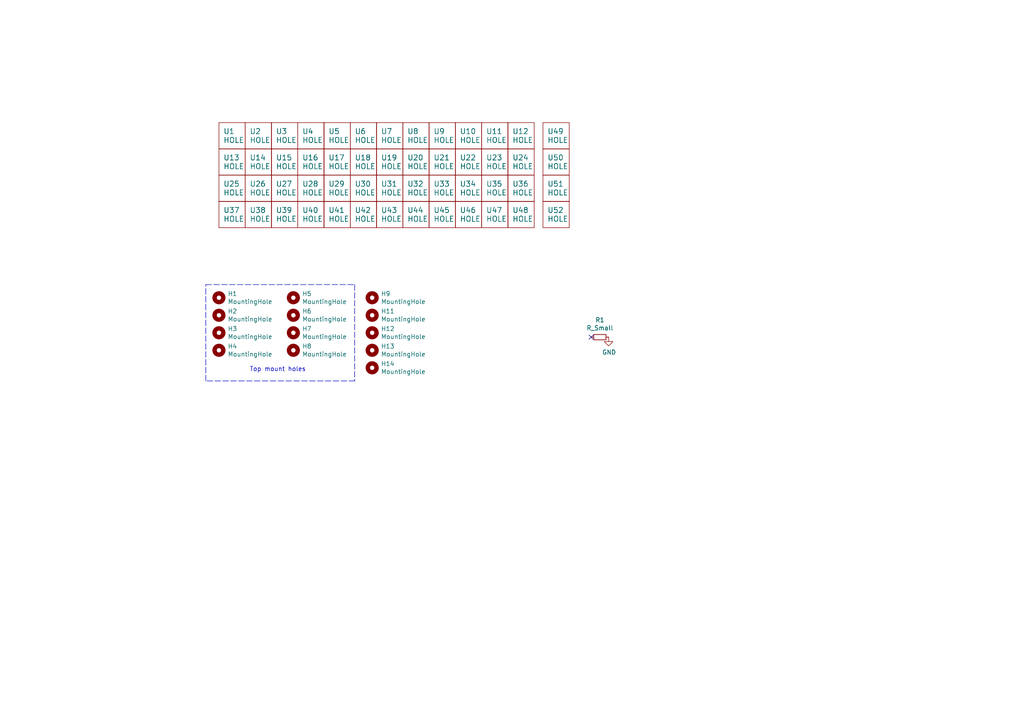
<source format=kicad_sch>
(kicad_sch (version 20211123) (generator eeschema)
  (paper "A4")
  (lib_symbols
    (symbol "Device:R_Small" (pin_numbers hide) (pin_names (offset 0.254) hide)
      (property "Reference" "R" (at 0.762 0.508 0))
      (property "Value" "R_Small" (at 0.762 -1.016 0))
      (symbol "R_Small_0_1"
        (rectangle (start -0.762 1.778) (end 0.762 -1.778) (stroke (width 0.2032)))
      )
      (symbol "R_Small_1_1"
        (pin passive line (at 0 2.54 270) (length 0.762) (name "~") (number "1"))
        (pin passive line (at 0 -2.54 90) (length 0.762) (name "~") (number "2"))
      )
    )
    (symbol "Mechanical:MountingHole" (pin_names (offset 1.016))
      (property "Reference" "H" (at 0 5.08 0))
      (property "Value" "MountingHole" (at 0 3.175 0))
      (symbol "MountingHole_0_1"
        (circle (center 0 0) (radius 1.27) (stroke (width 1.27)))
      )
    )
    (symbol "lets_split-cache:HOLE" (pin_names (offset 1.016))
      (property "Reference" "U" (at 0 5.08 0))
      (property "Value" "HOLE" (at 0 0 0))
      (symbol "HOLE_0_1"
        (rectangle (start -3.81 3.81) (end 3.81 -3.81))
      )
    )
    (symbol "power:GND" (power) (pin_names (offset 0))
      (property "Value" "GND" (at 0 -3.81 0))
      (symbol "GND_0_1"
        (polyline (pts (xy 0 0) (xy 0 -1.27) (xy 1.27 -1.27) (xy 0 -2.54) (xy -1.27 -1.27) (xy 0 -1.27)))
      )
      (symbol "GND_1_1"
        (pin power_in line (at 0 0 270) (length 0) hide (name "GND") (number "1"))
      )
    )
  )
  (no_connect (at 171.45 97.79))
  (polyline (pts (xy 102.87 110.49) (xy 59.69 110.49)))
  (polyline (pts (xy 102.87 82.55) (xy 102.87 110.49)))
  (polyline (pts (xy 59.69 110.49) (xy 59.69 82.55)))
  (polyline (pts (xy 59.69 82.55) (xy 102.87 82.55)))
  (text "Top mount holes" (at 72.39 107.95 0) (effects (font (size 1.27 1.27)) (justify left bottom)))
  (symbol (lib_id "lets_split-cache:HOLE") (at 67.31 39.37 0) (unit 1)
    (property "Reference" "U1" (at 64.77 38.1 0) (effects (font (size 1.524 1.524)) (justify left)))
    (property "Value" "HOLE" (at 64.77 40.64 0) (effects (font (size 1.524 1.524)) (justify left)))
    (property "Footprint" "Keeb_footprints:MX100_cutout_plated" (effects hide))
  )
  (symbol (lib_id "lets_split-cache:HOLE") (at 74.93 39.37 0) (unit 1)
    (property "Reference" "U2" (at 72.39 38.1 0) (effects (font (size 1.524 1.524)) (justify left)))
    (property "Value" "HOLE" (at 72.39 40.64 0) (effects (font (size 1.524 1.524)) (justify left)))
    (property "Footprint" "Keeb_footprints:MX100_cutout_plated" (effects hide))
  )
  (symbol (lib_id "lets_split-cache:HOLE") (at 82.55 39.37 0) (unit 1)
    (property "Reference" "U3" (at 80.01 38.1 0) (effects (font (size 1.524 1.524)) (justify left)))
    (property "Value" "HOLE" (at 80.01 40.64 0) (effects (font (size 1.524 1.524)) (justify left)))
    (property "Footprint" "Keeb_footprints:MX100_cutout_plated" (effects hide))
  )
  (symbol (lib_id "lets_split-cache:HOLE") (at 90.17 39.37 0) (unit 1)
    (property "Reference" "U4" (at 87.63 38.1 0) (effects (font (size 1.524 1.524)) (justify left)))
    (property "Value" "HOLE" (at 87.63 40.64 0) (effects (font (size 1.524 1.524)) (justify left)))
    (property "Footprint" "Keeb_footprints:MX100_cutout_plated" (effects hide))
  )
  (symbol (lib_id "lets_split-cache:HOLE") (at 67.31 46.99 0) (unit 1)
    (property "Reference" "U13" (at 64.77 45.72 0) (effects (font (size 1.524 1.524)) (justify left)))
    (property "Value" "HOLE" (at 64.77 48.26 0) (effects (font (size 1.524 1.524)) (justify left)))
    (property "Footprint" "Keeb_footprints:MX100_cutout_plated" (effects hide))
  )
  (symbol (lib_id "lets_split-cache:HOLE") (at 74.93 46.99 0) (unit 1)
    (property "Reference" "U14" (at 72.39 45.72 0) (effects (font (size 1.524 1.524)) (justify left)))
    (property "Value" "HOLE" (at 72.39 48.26 0) (effects (font (size 1.524 1.524)) (justify left)))
    (property "Footprint" "Keeb_footprints:MX100_cutout_plated" (effects hide))
  )
  (symbol (lib_id "lets_split-cache:HOLE") (at 82.55 46.99 0) (unit 1)
    (property "Reference" "U15" (at 80.01 45.72 0) (effects (font (size 1.524 1.524)) (justify left)))
    (property "Value" "HOLE" (at 80.01 48.26 0) (effects (font (size 1.524 1.524)) (justify left)))
    (property "Footprint" "Keeb_footprints:MX100_cutout_plated" (effects hide))
  )
  (symbol (lib_id "lets_split-cache:HOLE") (at 90.17 46.99 0) (unit 1)
    (property "Reference" "U16" (at 87.63 45.72 0) (effects (font (size 1.524 1.524)) (justify left)))
    (property "Value" "HOLE" (at 87.63 48.26 0) (effects (font (size 1.524 1.524)) (justify left)))
    (property "Footprint" "Keeb_footprints:MX100_cutout_plated" (effects hide))
  )
  (symbol (lib_id "lets_split-cache:HOLE") (at 67.31 54.61 0) (unit 1)
    (property "Reference" "U25" (at 64.77 53.34 0) (effects (font (size 1.524 1.524)) (justify left)))
    (property "Value" "HOLE" (at 64.77 55.88 0) (effects (font (size 1.524 1.524)) (justify left)))
    (property "Footprint" "Keeb_footprints:MX100_cutout_plated" (effects hide))
  )
  (symbol (lib_id "lets_split-cache:HOLE") (at 74.93 54.61 0) (unit 1)
    (property "Reference" "U26" (at 72.39 53.34 0) (effects (font (size 1.524 1.524)) (justify left)))
    (property "Value" "HOLE" (at 72.39 55.88 0) (effects (font (size 1.524 1.524)) (justify left)))
    (property "Footprint" "Keeb_footprints:MX100_cutout_plated" (effects hide))
  )
  (symbol (lib_id "lets_split-cache:HOLE") (at 82.55 54.61 0) (unit 1)
    (property "Reference" "U27" (at 80.01 53.34 0) (effects (font (size 1.524 1.524)) (justify left)))
    (property "Value" "HOLE" (at 80.01 55.88 0) (effects (font (size 1.524 1.524)) (justify left)))
    (property "Footprint" "Keeb_footprints:MX100_cutout_plated" (effects hide))
  )
  (symbol (lib_id "lets_split-cache:HOLE") (at 90.17 54.61 0) (unit 1)
    (property "Reference" "U28" (at 87.63 53.34 0) (effects (font (size 1.524 1.524)) (justify left)))
    (property "Value" "HOLE" (at 87.63 55.88 0) (effects (font (size 1.524 1.524)) (justify left)))
    (property "Footprint" "Keeb_footprints:MX100_cutout_plated" (effects hide))
  )
  (symbol (lib_id "lets_split-cache:HOLE") (at 67.31 62.23 0) (unit 1)
    (property "Reference" "U37" (at 64.77 60.96 0) (effects (font (size 1.524 1.524)) (justify left)))
    (property "Value" "HOLE" (at 64.77 63.5 0) (effects (font (size 1.524 1.524)) (justify left)))
    (property "Footprint" "Keeb_footprints:MX100_cutout_plated" (effects hide))
  )
  (symbol (lib_id "lets_split-cache:HOLE") (at 74.93 62.23 0) (unit 1)
    (property "Reference" "U38" (at 72.39 60.96 0) (effects (font (size 1.524 1.524)) (justify left)))
    (property "Value" "HOLE" (at 72.39 63.5 0) (effects (font (size 1.524 1.524)) (justify left)))
    (property "Footprint" "Keeb_footprints:MX100_cutout_plated" (effects hide))
  )
  (symbol (lib_id "lets_split-cache:HOLE") (at 82.55 62.23 0) (unit 1)
    (property "Reference" "U39" (at 80.01 60.96 0) (effects (font (size 1.524 1.524)) (justify left)))
    (property "Value" "HOLE" (at 80.01 63.5 0) (effects (font (size 1.524 1.524)) (justify left)))
    (property "Footprint" "Keeb_footprints:MX100_cutout_plated" (effects hide))
  )
  (symbol (lib_id "lets_split-cache:HOLE") (at 90.17 62.23 0) (unit 1)
    (property "Reference" "U40" (at 87.63 60.96 0) (effects (font (size 1.524 1.524)) (justify left)))
    (property "Value" "HOLE" (at 87.63 63.5 0) (effects (font (size 1.524 1.524)) (justify left)))
    (property "Footprint" "Keeb_footprints:MX100_cutout_plated" (effects hide))
  )
  (symbol (lib_id "lets_split-cache:HOLE") (at 97.79 39.37 0) (unit 1)
    (property "Reference" "U5" (at 95.25 38.1 0) (effects (font (size 1.524 1.524)) (justify left)))
    (property "Value" "HOLE" (at 95.25 40.64 0) (effects (font (size 1.524 1.524)) (justify left)))
    (property "Footprint" "Keeb_footprints:MX100_cutout_plated" (effects hide))
  )
  (symbol (lib_id "lets_split-cache:HOLE") (at 105.41 39.37 0) (unit 1)
    (property "Reference" "U6" (at 102.87 38.1 0) (effects (font (size 1.524 1.524)) (justify left)))
    (property "Value" "HOLE" (at 102.87 40.64 0) (effects (font (size 1.524 1.524)) (justify left)))
    (property "Footprint" "Keeb_footprints:MX100_cutout_plated" (effects hide))
  )
  (symbol (lib_id "lets_split-cache:HOLE") (at 113.03 39.37 0) (unit 1)
    (property "Reference" "U7" (at 110.49 38.1 0) (effects (font (size 1.524 1.524)) (justify left)))
    (property "Value" "HOLE" (at 110.49 40.64 0) (effects (font (size 1.524 1.524)) (justify left)))
    (property "Footprint" "Keeb_footprints:MX100_cutout_plated" (effects hide))
  )
  (symbol (lib_id "lets_split-cache:HOLE") (at 120.65 39.37 0) (unit 1)
    (property "Reference" "U8" (at 118.11 38.1 0) (effects (font (size 1.524 1.524)) (justify left)))
    (property "Value" "HOLE" (at 118.11 40.64 0) (effects (font (size 1.524 1.524)) (justify left)))
    (property "Footprint" "Keeb_footprints:MX100_cutout_plated" (effects hide))
  )
  (symbol (lib_id "lets_split-cache:HOLE") (at 97.79 46.99 0) (unit 1)
    (property "Reference" "U17" (at 95.25 45.72 0) (effects (font (size 1.524 1.524)) (justify left)))
    (property "Value" "HOLE" (at 95.25 48.26 0) (effects (font (size 1.524 1.524)) (justify left)))
    (property "Footprint" "Keeb_footprints:MX100_cutout_plated" (effects hide))
  )
  (symbol (lib_id "lets_split-cache:HOLE") (at 105.41 46.99 0) (unit 1)
    (property "Reference" "U18" (at 102.87 45.72 0) (effects (font (size 1.524 1.524)) (justify left)))
    (property "Value" "HOLE" (at 102.87 48.26 0) (effects (font (size 1.524 1.524)) (justify left)))
    (property "Footprint" "Keeb_footprints:MX100_cutout_plated" (effects hide))
  )
  (symbol (lib_id "lets_split-cache:HOLE") (at 113.03 46.99 0) (unit 1)
    (property "Reference" "U19" (at 110.49 45.72 0) (effects (font (size 1.524 1.524)) (justify left)))
    (property "Value" "HOLE" (at 110.49 48.26 0) (effects (font (size 1.524 1.524)) (justify left)))
    (property "Footprint" "Keeb_footprints:MX100_cutout_plated" (effects hide))
  )
  (symbol (lib_id "lets_split-cache:HOLE") (at 120.65 46.99 0) (unit 1)
    (property "Reference" "U20" (at 118.11 45.72 0) (effects (font (size 1.524 1.524)) (justify left)))
    (property "Value" "HOLE" (at 118.11 48.26 0) (effects (font (size 1.524 1.524)) (justify left)))
    (property "Footprint" "Keeb_footprints:MX100_cutout_plated" (effects hide))
  )
  (symbol (lib_id "lets_split-cache:HOLE") (at 97.79 54.61 0) (unit 1)
    (property "Reference" "U29" (at 95.25 53.34 0) (effects (font (size 1.524 1.524)) (justify left)))
    (property "Value" "HOLE" (at 95.25 55.88 0) (effects (font (size 1.524 1.524)) (justify left)))
    (property "Footprint" "Keeb_footprints:MX100_cutout_plated" (effects hide))
  )
  (symbol (lib_id "lets_split-cache:HOLE") (at 105.41 54.61 0) (unit 1)
    (property "Reference" "U30" (at 102.87 53.34 0) (effects (font (size 1.524 1.524)) (justify left)))
    (property "Value" "HOLE" (at 102.87 55.88 0) (effects (font (size 1.524 1.524)) (justify left)))
    (property "Footprint" "Keeb_footprints:MX100_cutout_plated" (effects hide))
  )
  (symbol (lib_id "lets_split-cache:HOLE") (at 113.03 54.61 0) (unit 1)
    (property "Reference" "U31" (at 110.49 53.34 0) (effects (font (size 1.524 1.524)) (justify left)))
    (property "Value" "HOLE" (at 110.49 55.88 0) (effects (font (size 1.524 1.524)) (justify left)))
    (property "Footprint" "Keeb_footprints:MX100_cutout_plated" (effects hide))
  )
  (symbol (lib_id "lets_split-cache:HOLE") (at 120.65 54.61 0) (unit 1)
    (property "Reference" "U32" (at 118.11 53.34 0) (effects (font (size 1.524 1.524)) (justify left)))
    (property "Value" "HOLE" (at 118.11 55.88 0) (effects (font (size 1.524 1.524)) (justify left)))
    (property "Footprint" "Keeb_footprints:MX100_cutout_plated" (effects hide))
  )
  (symbol (lib_id "lets_split-cache:HOLE") (at 97.79 62.23 0) (unit 1)
    (property "Reference" "U41" (at 95.25 60.96 0) (effects (font (size 1.524 1.524)) (justify left)))
    (property "Value" "HOLE" (at 95.25 63.5 0) (effects (font (size 1.524 1.524)) (justify left)))
    (property "Footprint" "Keeb_footprints:MX100_cutout_plated" (effects hide))
  )
  (symbol (lib_id "lets_split-cache:HOLE") (at 105.41 62.23 0) (unit 1)
    (property "Reference" "U42" (at 102.87 60.96 0) (effects (font (size 1.524 1.524)) (justify left)))
    (property "Value" "HOLE" (at 102.87 63.5 0) (effects (font (size 1.524 1.524)) (justify left)))
    (property "Footprint" "Keeb_footprints:MX100_cutout_plated" (effects hide))
  )
  (symbol (lib_id "lets_split-cache:HOLE") (at 113.03 62.23 0) (unit 1)
    (property "Reference" "U43" (at 110.49 60.96 0) (effects (font (size 1.524 1.524)) (justify left)))
    (property "Value" "HOLE" (at 110.49 63.5 0) (effects (font (size 1.524 1.524)) (justify left)))
    (property "Footprint" "Keeb_footprints:MX100_cutout_plated" (effects hide))
  )
  (symbol (lib_id "lets_split-cache:HOLE") (at 120.65 62.23 0) (unit 1)
    (property "Reference" "U44" (at 118.11 60.96 0) (effects (font (size 1.524 1.524)) (justify left)))
    (property "Value" "HOLE" (at 118.11 63.5 0) (effects (font (size 1.524 1.524)) (justify left)))
    (property "Footprint" "Keeb_footprints:MX100_cutout_plated" (effects hide))
  )
  (symbol (lib_id "lets_split-cache:HOLE") (at 128.27 39.37 0) (unit 1)
    (property "Reference" "U9" (at 125.73 38.1 0) (effects (font (size 1.524 1.524)) (justify left)))
    (property "Value" "HOLE" (at 125.73 40.64 0) (effects (font (size 1.524 1.524)) (justify left)))
    (property "Footprint" "Keeb_footprints:MX100_cutout_plated" (effects hide))
  )
  (symbol (lib_id "lets_split-cache:HOLE") (at 135.89 39.37 0) (unit 1)
    (property "Reference" "U10" (at 133.35 38.1 0) (effects (font (size 1.524 1.524)) (justify left)))
    (property "Value" "HOLE" (at 133.35 40.64 0) (effects (font (size 1.524 1.524)) (justify left)))
    (property "Footprint" "Keeb_footprints:MX100_cutout_plated" (effects hide))
  )
  (symbol (lib_id "lets_split-cache:HOLE") (at 143.51 39.37 0) (unit 1)
    (property "Reference" "U11" (at 140.97 38.1 0) (effects (font (size 1.524 1.524)) (justify left)))
    (property "Value" "HOLE" (at 140.97 40.64 0) (effects (font (size 1.524 1.524)) (justify left)))
    (property "Footprint" "Keeb_footprints:MX100_cutout_plated" (effects hide))
  )
  (symbol (lib_id "lets_split-cache:HOLE") (at 151.13 39.37 0) (unit 1)
    (property "Reference" "U12" (at 148.59 38.1 0) (effects (font (size 1.524 1.524)) (justify left)))
    (property "Value" "HOLE" (at 148.59 40.64 0) (effects (font (size 1.524 1.524)) (justify left)))
    (property "Footprint" "Keeb_footprints:MX100_cutout_plated" (effects hide))
  )
  (symbol (lib_id "lets_split-cache:HOLE") (at 128.27 46.99 0) (unit 1)
    (property "Reference" "U21" (at 125.73 45.72 0) (effects (font (size 1.524 1.524)) (justify left)))
    (property "Value" "HOLE" (at 125.73 48.26 0) (effects (font (size 1.524 1.524)) (justify left)))
    (property "Footprint" "Keeb_footprints:MX100_cutout_plated" (effects hide))
  )
  (symbol (lib_id "lets_split-cache:HOLE") (at 135.89 46.99 0) (unit 1)
    (property "Reference" "U22" (at 133.35 45.72 0) (effects (font (size 1.524 1.524)) (justify left)))
    (property "Value" "HOLE" (at 133.35 48.26 0) (effects (font (size 1.524 1.524)) (justify left)))
    (property "Footprint" "Keeb_footprints:MX100_cutout_plated" (effects hide))
  )
  (symbol (lib_id "lets_split-cache:HOLE") (at 143.51 46.99 0) (unit 1)
    (property "Reference" "U23" (at 140.97 45.72 0) (effects (font (size 1.524 1.524)) (justify left)))
    (property "Value" "HOLE" (at 140.97 48.26 0) (effects (font (size 1.524 1.524)) (justify left)))
    (property "Footprint" "Keeb_footprints:MX100_cutout_plated" (effects hide))
  )
  (symbol (lib_id "lets_split-cache:HOLE") (at 151.13 46.99 0) (unit 1)
    (property "Reference" "U24" (at 148.59 45.72 0) (effects (font (size 1.524 1.524)) (justify left)))
    (property "Value" "HOLE" (at 148.59 48.26 0) (effects (font (size 1.524 1.524)) (justify left)))
    (property "Footprint" "Keeb_footprints:MX100_cutout_plated" (effects hide))
  )
  (symbol (lib_id "lets_split-cache:HOLE") (at 128.27 54.61 0) (unit 1)
    (property "Reference" "U33" (at 125.73 53.34 0) (effects (font (size 1.524 1.524)) (justify left)))
    (property "Value" "HOLE" (at 125.73 55.88 0) (effects (font (size 1.524 1.524)) (justify left)))
    (property "Footprint" "Keeb_footprints:MX100_cutout_plated" (effects hide))
  )
  (symbol (lib_id "lets_split-cache:HOLE") (at 135.89 54.61 0) (unit 1)
    (property "Reference" "U34" (at 133.35 53.34 0) (effects (font (size 1.524 1.524)) (justify left)))
    (property "Value" "HOLE" (at 133.35 55.88 0) (effects (font (size 1.524 1.524)) (justify left)))
    (property "Footprint" "Keeb_footprints:MX100_cutout_plated" (effects hide))
  )
  (symbol (lib_id "lets_split-cache:HOLE") (at 143.51 54.61 0) (unit 1)
    (property "Reference" "U35" (at 140.97 53.34 0) (effects (font (size 1.524 1.524)) (justify left)))
    (property "Value" "HOLE" (at 140.97 55.88 0) (effects (font (size 1.524 1.524)) (justify left)))
    (property "Footprint" "Keeb_footprints:MX100_cutout_plated" (effects hide))
  )
  (symbol (lib_id "lets_split-cache:HOLE") (at 151.13 54.61 0) (unit 1)
    (property "Reference" "U36" (at 148.59 53.34 0) (effects (font (size 1.524 1.524)) (justify left)))
    (property "Value" "HOLE" (at 148.59 55.88 0) (effects (font (size 1.524 1.524)) (justify left)))
    (property "Footprint" "Keeb_footprints:MX100_cutout_plated" (effects hide))
  )
  (symbol (lib_id "lets_split-cache:HOLE") (at 128.27 62.23 0) (unit 1)
    (property "Reference" "U45" (at 125.73 60.96 0) (effects (font (size 1.524 1.524)) (justify left)))
    (property "Value" "HOLE" (at 125.73 63.5 0) (effects (font (size 1.524 1.524)) (justify left)))
    (property "Footprint" "Keeb_footprints:MX100_cutout_plated" (effects hide))
  )
  (symbol (lib_id "lets_split-cache:HOLE") (at 135.89 62.23 0) (unit 1)
    (property "Reference" "U46" (at 133.35 60.96 0) (effects (font (size 1.524 1.524)) (justify left)))
    (property "Value" "HOLE" (at 133.35 63.5 0) (effects (font (size 1.524 1.524)) (justify left)))
    (property "Footprint" "Keeb_footprints:MX100_cutout_plated" (effects hide))
  )
  (symbol (lib_id "lets_split-cache:HOLE") (at 143.51 62.23 0) (unit 1)
    (property "Reference" "U47" (at 140.97 60.96 0) (effects (font (size 1.524 1.524)) (justify left)))
    (property "Value" "HOLE" (at 140.97 63.5 0) (effects (font (size 1.524 1.524)) (justify left)))
    (property "Footprint" "Keeb_footprints:MX100_cutout_plated" (effects hide))
  )
  (symbol (lib_id "lets_split-cache:HOLE") (at 151.13 62.23 0) (unit 1)
    (property "Reference" "U48" (at 148.59 60.96 0) (effects (font (size 1.524 1.524)) (justify left)))
    (property "Value" "HOLE" (at 148.59 63.5 0) (effects (font (size 1.524 1.524)) (justify left)))
    (property "Footprint" "Keeb_footprints:MX100_cutout_plated" (effects hide))
  )
  (symbol (lib_id "lets_split-cache:HOLE") (at 161.29 39.37 0) (unit 1)
    (property "Reference" "U49" (at 158.75 38.1 0) (effects (font (size 1.524 1.524)) (justify left)))
    (property "Value" "HOLE" (at 158.75 40.64 0) (effects (font (size 1.524 1.524)) (justify left)))
    (property "Footprint" "Keeb_footprints:EC11_cutout_plated" (effects hide))
  )
  (symbol (lib_id "lets_split-cache:HOLE") (at 161.29 46.99 0) (unit 1)
    (property "Reference" "U50" (at 158.75 45.72 0) (effects (font (size 1.524 1.524)) (justify left)))
    (property "Value" "HOLE" (at 158.75 48.26 0) (effects (font (size 1.524 1.524)) (justify left)))
    (property "Footprint" "Keeb_footprints:MX100_cutout_plated" (effects hide))
  )
  (symbol (lib_id "lets_split-cache:HOLE") (at 161.29 54.61 0) (unit 1)
    (property "Reference" "U51" (at 158.75 53.34 0) (effects (font (size 1.524 1.524)) (justify left)))
    (property "Value" "HOLE" (at 158.75 55.88 0) (effects (font (size 1.524 1.524)) (justify left)))
    (property "Footprint" "Keeb_footprints:MX100_cutout_plated" (effects hide))
  )
  (symbol (lib_id "lets_split-cache:HOLE") (at 161.29 62.23 0) (unit 1)
    (property "Reference" "U52" (at 158.75 60.96 0) (effects (font (size 1.524 1.524)) (justify left)))
    (property "Value" "HOLE" (at 158.75 63.5 0) (effects (font (size 1.524 1.524)) (justify left)))
    (property "Footprint" "Keeb_footprints:MX100_cutout_plated" (effects hide))
  )
  (symbol (lib_id "power:GND") (at 176.53 97.79 0) (unit 1)
    (property "Reference" "#PWR0101" (effects hide))
    (property "Value" "GND" (at 176.657 102.1842 0))
  )
  (symbol (lib_id "Mechanical:MountingHole") (at 85.09 96.52 0) (unit 1)
    (property "Reference" "H7" (at 87.63 95.3516 0) (effects (justify left)))
    (property "Value" "MountingHole" (at 87.63 97.663 0) (effects (justify left)))
    (property "Footprint" "MountingHole:MountingHole_2.2mm_M2_DIN965_Pad" (effects hide))
  )
  (symbol (lib_id "Mechanical:MountingHole") (at 85.09 101.6 0) (unit 1)
    (property "Reference" "H8" (at 87.63 100.4316 0) (effects (justify left)))
    (property "Value" "MountingHole" (at 87.63 102.743 0) (effects (justify left)))
    (property "Footprint" "MountingHole:MountingHole_2.2mm_M2_DIN965_Pad" (effects hide))
  )
  (symbol (lib_id "Mechanical:MountingHole") (at 63.5 86.36 0) (unit 1)
    (property "Reference" "H1" (at 66.04 85.1916 0) (effects (justify left)))
    (property "Value" "MountingHole" (at 66.04 87.503 0) (effects (justify left)))
    (property "Footprint" "MountingHole:MountingHole_2.2mm_M2_DIN965_Pad" (effects hide))
  )
  (symbol (lib_id "Mechanical:MountingHole") (at 63.5 91.44 0) (unit 1)
    (property "Reference" "H2" (at 66.04 90.2716 0) (effects (justify left)))
    (property "Value" "MountingHole" (at 66.04 92.583 0) (effects (justify left)))
    (property "Footprint" "MountingHole:MountingHole_2.2mm_M2_DIN965_Pad" (effects hide))
  )
  (symbol (lib_id "Mechanical:MountingHole") (at 63.5 96.52 0) (unit 1)
    (property "Reference" "H3" (at 66.04 95.3516 0) (effects (justify left)))
    (property "Value" "MountingHole" (at 66.04 97.663 0) (effects (justify left)))
    (property "Footprint" "MountingHole:MountingHole_2.2mm_M2_DIN965_Pad" (effects hide))
  )
  (symbol (lib_id "Mechanical:MountingHole") (at 63.5 101.6 0) (unit 1)
    (property "Reference" "H4" (at 66.04 100.4316 0) (effects (justify left)))
    (property "Value" "MountingHole" (at 66.04 102.743 0) (effects (justify left)))
    (property "Footprint" "MountingHole:MountingHole_2.2mm_M2_DIN965_Pad" (effects hide))
  )
  (symbol (lib_id "Mechanical:MountingHole") (at 85.09 86.36 0) (unit 1)
    (property "Reference" "H5" (at 87.63 85.1916 0) (effects (justify left)))
    (property "Value" "MountingHole" (at 87.63 87.503 0) (effects (justify left)))
    (property "Footprint" "MountingHole:MountingHole_2.2mm_M2_DIN965_Pad" (effects hide))
  )
  (symbol (lib_id "Mechanical:MountingHole") (at 85.09 91.44 0) (unit 1)
    (property "Reference" "H6" (at 87.63 90.2716 0) (effects (justify left)))
    (property "Value" "MountingHole" (at 87.63 92.583 0) (effects (justify left)))
    (property "Footprint" "MountingHole:MountingHole_2.2mm_M2_DIN965_Pad" (effects hide))
  )
  (symbol (lib_id "Device:R_Small") (at 173.99 97.79 270) (unit 1)
    (property "Reference" "R1" (at 173.99 92.8116 90))
    (property "Value" "R_Small" (at 173.99 95.123 90))
    (property "Footprint" "Resistor_SMD:R_0603_1608Metric_Pad1.05x0.95mm_HandSolder" (effects hide))
  )
  (symbol (lib_id "Mechanical:MountingHole") (at 107.95 106.68 0) (unit 1)
    (property "Reference" "H14" (at 110.49 105.5116 0) (effects (justify left)))
    (property "Value" "MountingHole" (at 110.49 107.823 0) (effects (justify left)))
    (property "Footprint" "MountingHole:MountingHole_2.2mm_M2_DIN965_Pad" (effects hide))
  )
  (symbol (lib_id "Mechanical:MountingHole") (at 107.95 91.44 0) (unit 1)
    (property "Reference" "H11" (at 110.49 90.2716 0) (effects (justify left)))
    (property "Value" "MountingHole" (at 110.49 92.583 0) (effects (justify left)))
    (property "Footprint" "MountingHole:MountingHole_2.2mm_M2_DIN965_Pad" (effects hide))
  )
  (symbol (lib_id "Mechanical:MountingHole") (at 107.95 101.6 0) (unit 1)
    (property "Reference" "H13" (at 110.49 100.4316 0) (effects (justify left)))
    (property "Value" "MountingHole" (at 110.49 102.743 0) (effects (justify left)))
    (property "Footprint" "MountingHole:MountingHole_2.2mm_M2_DIN965_Pad" (effects hide))
  )
  (symbol (lib_id "Mechanical:MountingHole") (at 107.95 96.52 0) (unit 1)
    (property "Reference" "H12" (at 110.49 95.3516 0) (effects (justify left)))
    (property "Value" "MountingHole" (at 110.49 97.663 0) (effects (justify left)))
    (property "Footprint" "MountingHole:MountingHole_2.2mm_M2_DIN965_Pad" (effects hide))
  )
  (symbol (lib_id "Mechanical:MountingHole") (at 107.95 86.36 0) (unit 1)
    (property "Reference" "H9" (at 110.49 85.1916 0) (effects (justify left)))
    (property "Value" "MountingHole" (at 110.49 87.503 0) (effects (justify left)))
    (property "Footprint" "MountingHole:MountingHole_2.2mm_M2_DIN965_Pad" (effects hide))
  )
)
</source>
